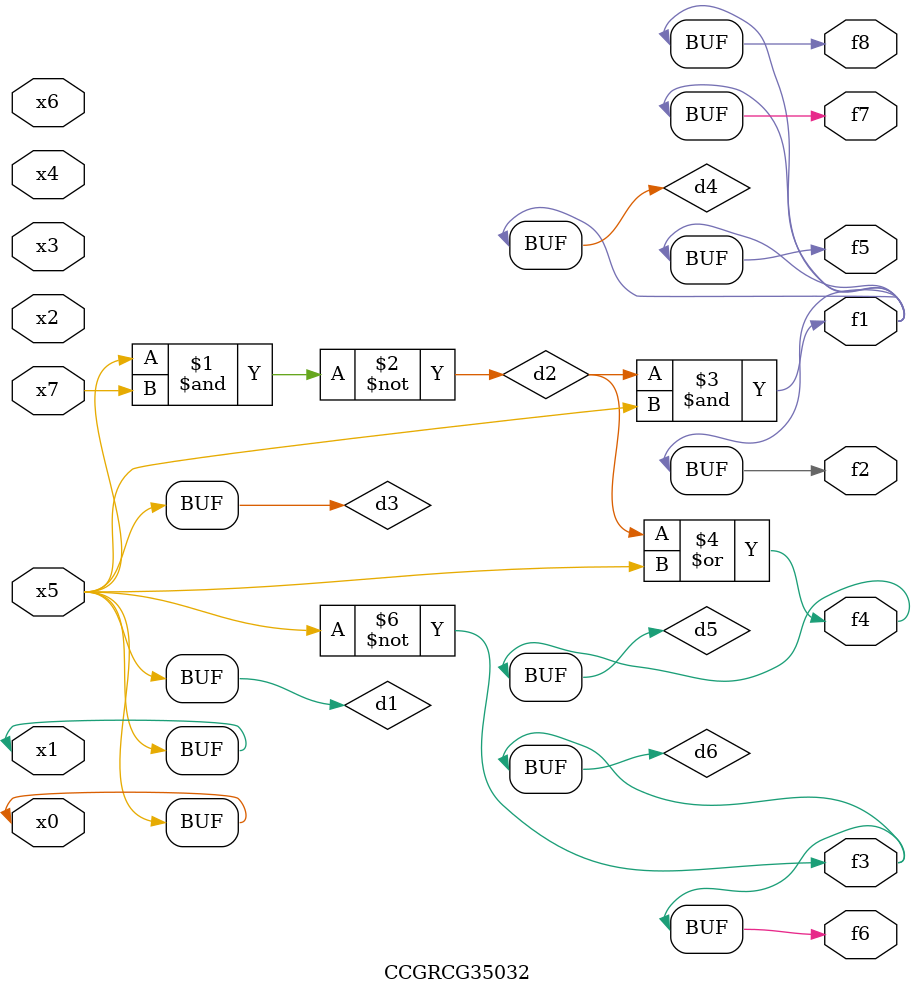
<source format=v>
module CCGRCG35032(
	input x0, x1, x2, x3, x4, x5, x6, x7,
	output f1, f2, f3, f4, f5, f6, f7, f8
);

	wire d1, d2, d3, d4, d5, d6;

	buf (d1, x0, x5);
	nand (d2, x5, x7);
	buf (d3, x0, x1);
	and (d4, d2, d3);
	or (d5, d2, d3);
	nor (d6, d1, d3);
	assign f1 = d4;
	assign f2 = d4;
	assign f3 = d6;
	assign f4 = d5;
	assign f5 = d4;
	assign f6 = d6;
	assign f7 = d4;
	assign f8 = d4;
endmodule

</source>
